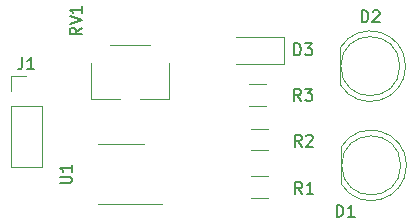
<source format=gbr>
%TF.GenerationSoftware,KiCad,Pcbnew,(5.1.10)-1*%
%TF.CreationDate,2021-05-24T22:05:53+05:30*%
%TF.ProjectId,DAY3_PCB,44415933-5f50-4434-922e-6b696361645f,rev?*%
%TF.SameCoordinates,Original*%
%TF.FileFunction,Legend,Top*%
%TF.FilePolarity,Positive*%
%FSLAX46Y46*%
G04 Gerber Fmt 4.6, Leading zero omitted, Abs format (unit mm)*
G04 Created by KiCad (PCBNEW (5.1.10)-1) date 2021-05-24 22:05:53*
%MOMM*%
%LPD*%
G01*
G04 APERTURE LIST*
%ADD10C,0.120000*%
%ADD11C,0.150000*%
G04 APERTURE END LIST*
D10*
%TO.C,D1*%
X172145000Y-92250000D02*
G75*
G03*
X172145000Y-92250000I-2500000J0D01*
G01*
X167085000Y-90705000D02*
X167085000Y-93795000D01*
X172635000Y-92250462D02*
G75*
G03*
X167085000Y-90705170I-2990000J462D01*
G01*
X172635000Y-92249538D02*
G75*
G02*
X167085000Y-93794830I-2990000J-462D01*
G01*
%TO.C,D2*%
X172070000Y-83850000D02*
G75*
G03*
X172070000Y-83850000I-2500000J0D01*
G01*
X167010000Y-82305000D02*
X167010000Y-85395000D01*
X172560000Y-83850462D02*
G75*
G03*
X167010000Y-82305170I-2990000J462D01*
G01*
X172560000Y-83849538D02*
G75*
G02*
X167010000Y-85394830I-2990000J-462D01*
G01*
%TO.C,D3*%
X162247500Y-81415000D02*
X158187500Y-81415000D01*
X162247500Y-83685000D02*
X162247500Y-81415000D01*
X158187500Y-83685000D02*
X162247500Y-83685000D01*
%TO.C,J1*%
X139120001Y-84645001D02*
X140450001Y-84645001D01*
X139120001Y-85975001D02*
X139120001Y-84645001D01*
X139120001Y-87245001D02*
X141780001Y-87245001D01*
X141780001Y-87245001D02*
X141780001Y-92385001D01*
X139120001Y-87245001D02*
X139120001Y-92385001D01*
X139120001Y-92385001D02*
X141780001Y-92385001D01*
%TO.C,R1*%
X160927064Y-93190000D02*
X159472936Y-93190000D01*
X160927064Y-95010000D02*
X159472936Y-95010000D01*
%TO.C,R2*%
X160927064Y-90985000D02*
X159472936Y-90985000D01*
X160927064Y-89165000D02*
X159472936Y-89165000D01*
%TO.C,R3*%
X160727064Y-85365000D02*
X159272936Y-85365000D01*
X160727064Y-87185000D02*
X159272936Y-87185000D01*
%TO.C,RV1*%
X152495000Y-83556000D02*
X152495000Y-86610000D01*
X145905000Y-83556000D02*
X145905000Y-86610000D01*
X150035000Y-86610000D02*
X152495000Y-86610000D01*
X145905000Y-86610000D02*
X148365000Y-86610000D01*
X147495000Y-82050000D02*
X150905000Y-82050000D01*
%TO.C,U1*%
X148475000Y-95525000D02*
X151925000Y-95525000D01*
X148475000Y-95525000D02*
X146525000Y-95525000D01*
X148475000Y-90405000D02*
X150425000Y-90405000D01*
X148475000Y-90405000D02*
X146525000Y-90405000D01*
%TO.C,D1*%
D11*
X166711904Y-96602380D02*
X166711904Y-95602380D01*
X166950000Y-95602380D01*
X167092857Y-95650000D01*
X167188095Y-95745238D01*
X167235714Y-95840476D01*
X167283333Y-96030952D01*
X167283333Y-96173809D01*
X167235714Y-96364285D01*
X167188095Y-96459523D01*
X167092857Y-96554761D01*
X166950000Y-96602380D01*
X166711904Y-96602380D01*
X168235714Y-96602380D02*
X167664285Y-96602380D01*
X167950000Y-96602380D02*
X167950000Y-95602380D01*
X167854761Y-95745238D01*
X167759523Y-95840476D01*
X167664285Y-95888095D01*
%TO.C,D2*%
X168836904Y-80127380D02*
X168836904Y-79127380D01*
X169075000Y-79127380D01*
X169217857Y-79175000D01*
X169313095Y-79270238D01*
X169360714Y-79365476D01*
X169408333Y-79555952D01*
X169408333Y-79698809D01*
X169360714Y-79889285D01*
X169313095Y-79984523D01*
X169217857Y-80079761D01*
X169075000Y-80127380D01*
X168836904Y-80127380D01*
X169789285Y-79222619D02*
X169836904Y-79175000D01*
X169932142Y-79127380D01*
X170170238Y-79127380D01*
X170265476Y-79175000D01*
X170313095Y-79222619D01*
X170360714Y-79317857D01*
X170360714Y-79413095D01*
X170313095Y-79555952D01*
X169741666Y-80127380D01*
X170360714Y-80127380D01*
%TO.C,D3*%
X163136904Y-82927380D02*
X163136904Y-81927380D01*
X163375000Y-81927380D01*
X163517857Y-81975000D01*
X163613095Y-82070238D01*
X163660714Y-82165476D01*
X163708333Y-82355952D01*
X163708333Y-82498809D01*
X163660714Y-82689285D01*
X163613095Y-82784523D01*
X163517857Y-82879761D01*
X163375000Y-82927380D01*
X163136904Y-82927380D01*
X164041666Y-81927380D02*
X164660714Y-81927380D01*
X164327380Y-82308333D01*
X164470238Y-82308333D01*
X164565476Y-82355952D01*
X164613095Y-82403571D01*
X164660714Y-82498809D01*
X164660714Y-82736904D01*
X164613095Y-82832142D01*
X164565476Y-82879761D01*
X164470238Y-82927380D01*
X164184523Y-82927380D01*
X164089285Y-82879761D01*
X164041666Y-82832142D01*
%TO.C,J1*%
X140116667Y-83097381D02*
X140116667Y-83811667D01*
X140069048Y-83954524D01*
X139973810Y-84049762D01*
X139830953Y-84097381D01*
X139735715Y-84097381D01*
X141116667Y-84097381D02*
X140545239Y-84097381D01*
X140830953Y-84097381D02*
X140830953Y-83097381D01*
X140735715Y-83240239D01*
X140640477Y-83335477D01*
X140545239Y-83383096D01*
%TO.C,R1*%
X163808333Y-94652380D02*
X163475000Y-94176190D01*
X163236904Y-94652380D02*
X163236904Y-93652380D01*
X163617857Y-93652380D01*
X163713095Y-93700000D01*
X163760714Y-93747619D01*
X163808333Y-93842857D01*
X163808333Y-93985714D01*
X163760714Y-94080952D01*
X163713095Y-94128571D01*
X163617857Y-94176190D01*
X163236904Y-94176190D01*
X164760714Y-94652380D02*
X164189285Y-94652380D01*
X164475000Y-94652380D02*
X164475000Y-93652380D01*
X164379761Y-93795238D01*
X164284523Y-93890476D01*
X164189285Y-93938095D01*
%TO.C,R2*%
X163758333Y-90652380D02*
X163425000Y-90176190D01*
X163186904Y-90652380D02*
X163186904Y-89652380D01*
X163567857Y-89652380D01*
X163663095Y-89700000D01*
X163710714Y-89747619D01*
X163758333Y-89842857D01*
X163758333Y-89985714D01*
X163710714Y-90080952D01*
X163663095Y-90128571D01*
X163567857Y-90176190D01*
X163186904Y-90176190D01*
X164139285Y-89747619D02*
X164186904Y-89700000D01*
X164282142Y-89652380D01*
X164520238Y-89652380D01*
X164615476Y-89700000D01*
X164663095Y-89747619D01*
X164710714Y-89842857D01*
X164710714Y-89938095D01*
X164663095Y-90080952D01*
X164091666Y-90652380D01*
X164710714Y-90652380D01*
%TO.C,R3*%
X163708333Y-86777380D02*
X163375000Y-86301190D01*
X163136904Y-86777380D02*
X163136904Y-85777380D01*
X163517857Y-85777380D01*
X163613095Y-85825000D01*
X163660714Y-85872619D01*
X163708333Y-85967857D01*
X163708333Y-86110714D01*
X163660714Y-86205952D01*
X163613095Y-86253571D01*
X163517857Y-86301190D01*
X163136904Y-86301190D01*
X164041666Y-85777380D02*
X164660714Y-85777380D01*
X164327380Y-86158333D01*
X164470238Y-86158333D01*
X164565476Y-86205952D01*
X164613095Y-86253571D01*
X164660714Y-86348809D01*
X164660714Y-86586904D01*
X164613095Y-86682142D01*
X164565476Y-86729761D01*
X164470238Y-86777380D01*
X164184523Y-86777380D01*
X164089285Y-86729761D01*
X164041666Y-86682142D01*
%TO.C,RV1*%
X145127380Y-80595238D02*
X144651190Y-80928571D01*
X145127380Y-81166666D02*
X144127380Y-81166666D01*
X144127380Y-80785714D01*
X144175000Y-80690476D01*
X144222619Y-80642857D01*
X144317857Y-80595238D01*
X144460714Y-80595238D01*
X144555952Y-80642857D01*
X144603571Y-80690476D01*
X144651190Y-80785714D01*
X144651190Y-81166666D01*
X144127380Y-80309523D02*
X145127380Y-79976190D01*
X144127380Y-79642857D01*
X145127380Y-78785714D02*
X145127380Y-79357142D01*
X145127380Y-79071428D02*
X144127380Y-79071428D01*
X144270238Y-79166666D01*
X144365476Y-79261904D01*
X144413095Y-79357142D01*
%TO.C,U1*%
X143277380Y-93776904D02*
X144086904Y-93776904D01*
X144182142Y-93729285D01*
X144229761Y-93681666D01*
X144277380Y-93586428D01*
X144277380Y-93395952D01*
X144229761Y-93300714D01*
X144182142Y-93253095D01*
X144086904Y-93205476D01*
X143277380Y-93205476D01*
X144277380Y-92205476D02*
X144277380Y-92776904D01*
X144277380Y-92491190D02*
X143277380Y-92491190D01*
X143420238Y-92586428D01*
X143515476Y-92681666D01*
X143563095Y-92776904D01*
%TD*%
M02*

</source>
